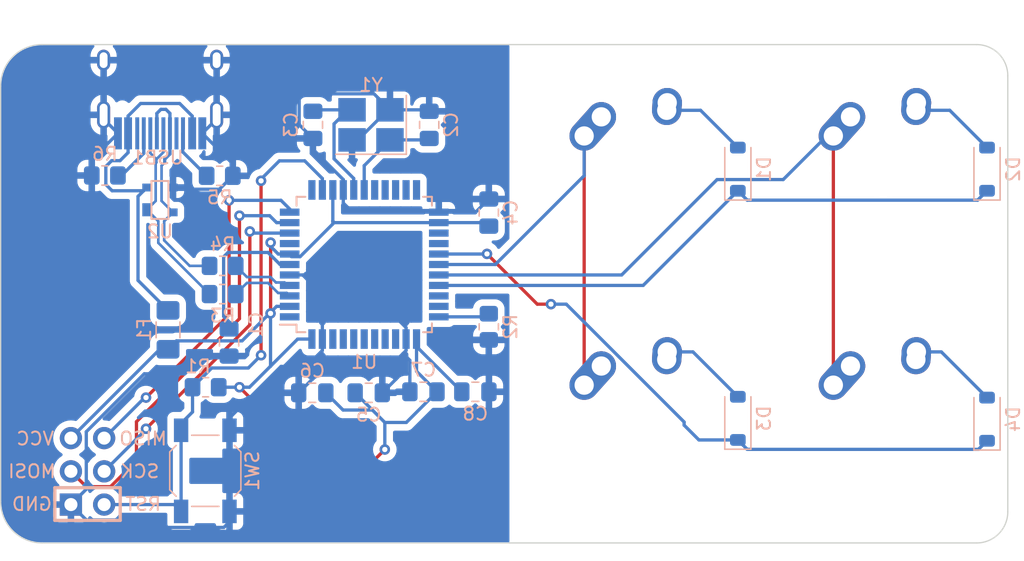
<source format=kicad_pcb>
(kicad_pcb (version 20221018) (generator pcbnew)
  (layers (0 "F.Cu" signal) (31 "B.Cu" signal) (34 "B.Paste" user) (35 "F.Paste" user) (36 "B.SilkS" user "B.Silkscreen") (37 "F.SilkS" user "F.Silkscreen") (38 "B.Mask" user) (39 "F.Mask" user) (44 "Edge.Cuts" user))
  (net 0 "")
  (net 1 "GND")
  (net 2 "Net-(U1-UCAP)")
  (net 3 "XTAL1")
  (net 4 "XTAL2")
  (net 5 "+5V")
  (net 6 "row0")
  (net 7 "Net-(D1-A)")
  (net 8 "Net-(D2-A)")
  (net 9 "row1")
  (net 10 "Net-(D3-A)")
  (net 11 "Net-(D4-A)")
  (net 12 "VCC")
  (net 13 "MISO")
  (net 14 "SCK")
  (net 15 "MOSI")
  (net 16 "RESET")
  (net 17 "Net-(U1-~{HWB}{slash}PE2)")
  (net 18 "DN")
  (net 19 "D-")
  (net 20 "D+")
  (net 21 "DP")
  (net 22 "Net-(USB1-CC2)")
  (net 23 "Net-(USB1-CC1)")
  (net 24 "col0")
  (net 25 "col1")
  (footprint "MX_Alps_Hybrid:MX-1U-NoLED" (layer "F.Cu") (at 144.4625 53.975)
    (fp_text reference "SW2")
    (fp_text value "SW_Push")
    (pad "" np_thru_hole circle (at -5.08 0 48.0996) (size 1.75 1.75) (drill 1.75) (layers "*.Cu" "*.Mask"))
    (pad "" np_thru_hole circle (at 0 0) (size 3.9878 3.9878) (drill 3.9878) (layers "*.Cu" "*.Mask"))
    (pad "" np_thru_hole circle (at 5.08 0 48.0996) (size 1.75 1.75) (drill 1.75) (layers "*.Cu" "*.Mask"))
    (pad "1" thru_hole oval (at -3.81 -2.54 48.0996) (size 4.211556 2.25) (drill 1.47 (offset 0.980778 0)) (layers "*.Cu" "B.Mask") (net 24 "col0"))
    (pad "1" thru_hole circle (at -2.5 -4) (size 2.25 2.25) (drill 1.47) (layers "*.Cu" "B.Mask") (net 24 "col0"))
    (pad "2" thru_hole oval (at 2.5 -4.5 86.0548) (size 2.831378 2.25) (drill 1.47 (offset 0.290689 0)) (layers "*.Cu" "B.Mask") (net 7 "Net-(D1-A)"))
    (pad "2" thru_hole circle (at 2.54 -5.08) (size 2.25 2.25) (drill 1.47) (layers "*.Cu" "B.Mask") (net 7 "Net-(D1-A)"))
  )
  (footprint "MX_Alps_Hybrid:MX-1U-NoLED" (layer "F.Cu") (at 163.5125 53.975)
    (fp_text reference "SW3")
    (fp_text value "SW_Push")
    (pad "" np_thru_hole circle (at -5.08 0 48.0996) (size 1.75 1.75) (drill 1.75) (layers "*.Cu" "*.Mask"))
    (pad "" np_thru_hole circle (at 0 0) (size 3.9878 3.9878) (drill 3.9878) (layers "*.Cu" "*.Mask"))
    (pad "" np_thru_hole circle (at 5.08 0 48.0996) (size 1.75 1.75) (drill 1.75) (layers "*.Cu" "*.Mask"))
    (pad "1" thru_hole oval (at -3.81 -2.54 48.0996) (size 4.211556 2.25) (drill 1.47 (offset 0.980778 0)) (layers "*.Cu" "B.Mask") (net 25 "col1"))
    (pad "1" thru_hole circle (at -2.5 -4) (size 2.25 2.25) (drill 1.47) (layers "*.Cu" "B.Mask") (net 25 "col1"))
    (pad "2" thru_hole oval (at 2.5 -4.5 86.0548) (size 2.831378 2.25) (drill 1.47 (offset 0.290689 0)) (layers "*.Cu" "B.Mask") (net 8 "Net-(D2-A)"))
    (pad "2" thru_hole circle (at 2.54 -5.08) (size 2.25 2.25) (drill 1.47) (layers "*.Cu" "B.Mask") (net 8 "Net-(D2-A)"))
  )
  (footprint "MX_Alps_Hybrid:MX-1U-NoLED" (layer "F.Cu") (at 144.4625 73.025)
    (fp_text reference "SW4")
    (fp_text value "SW_Push")
    (pad "" np_thru_hole circle (at -5.08 0 48.0996) (size 1.75 1.75) (drill 1.75) (layers "*.Cu" "*.Mask"))
    (pad "" np_thru_hole circle (at 0 0) (size 3.9878 3.9878) (drill 3.9878) (layers "*.Cu" "*.Mask"))
    (pad "" np_thru_hole circle (at 5.08 0 48.0996) (size 1.75 1.75) (drill 1.75) (layers "*.Cu" "*.Mask"))
    (pad "1" thru_hole oval (at -3.81 -2.54 48.0996) (size 4.211556 2.25) (drill 1.47 (offset 0.980778 0)) (layers "*.Cu" "B.Mask") (net 24 "col0"))
    (pad "1" thru_hole circle (at -2.5 -4) (size 2.25 2.25) (drill 1.47) (layers "*.Cu" "B.Mask") (net 24 "col0"))
    (pad "2" thru_hole oval (at 2.5 -4.5 86.0548) (size 2.831378 2.25) (drill 1.47 (offset 0.290689 0)) (layers "*.Cu" "B.Mask") (net 10 "Net-(D3-A)"))
    (pad "2" thru_hole circle (at 2.54 -5.08) (size 2.25 2.25) (drill 1.47) (layers "*.Cu" "B.Mask") (net 10 "Net-(D3-A)"))
  )
  (footprint "MX_Alps_Hybrid:MX-1U-NoLED" (layer "F.Cu") (at 163.5125 73.025)
    (fp_text reference "SW5")
    (fp_text value "SW_Push")
    (pad "" np_thru_hole circle (at -5.08 0 48.0996) (size 1.75 1.75) (drill 1.75) (layers "*.Cu" "*.Mask"))
    (pad "" np_thru_hole circle (at 0 0) (size 3.9878 3.9878) (drill 3.9878) (layers "*.Cu" "*.Mask"))
    (pad "" np_thru_hole circle (at 5.08 0 48.0996) (size 1.75 1.75) (drill 1.75) (layers "*.Cu" "*.Mask"))
    (pad "1" thru_hole oval (at -3.81 -2.54 48.0996) (size 4.211556 2.25) (drill 1.47 (offset 0.980778 0)) (layers "*.Cu" "B.Mask") (net 25 "col1"))
    (pad "1" thru_hole circle (at -2.5 -4) (size 2.25 2.25) (drill 1.47) (layers "*.Cu" "B.Mask") (net 25 "col1"))
    (pad "2" thru_hole oval (at 2.5 -4.5 86.0548) (size 2.831378 2.25) (drill 1.47 (offset 0.290689 0)) (layers "*.Cu" "B.Mask") (net 11 "Net-(D4-A)"))
    (pad "2" thru_hole circle (at 2.54 -5.08) (size 2.25 2.25) (drill 1.47) (layers "*.Cu" "B.Mask") (net 11 "Net-(D4-A)"))
  )
  (footprint "Resistor_SMD:R_0805_2012Metric_Pad1.20x1.40mm_HandSolder" (layer "B.Cu") (at 113.014 61.3664 180)
    (fp_text reference "R4" (at 0 1.65) (layer "B.SilkS") (effects (justify mirror)))
    (fp_text value "22")
    (pad "1" smd roundrect (at -1 0 180) (size 1.2 1.4) (layers "B.Cu" "B.Paste" "B.Mask") (roundrect_rratio 0.208333) (net 20 "D+"))
    (pad "2" smd roundrect (at 1 0 180) (size 1.2 1.4) (layers "B.Cu" "B.Paste" "B.Mask") (roundrect_rratio 0.208333) (net 21 "DP"))
  )
  (footprint "Diode_SMD:D_SOD-123" (layer "B.Cu") (at 152.4 73.025 90)
    (fp_text reference "D3" (at 0 2 90) (layer "B.SilkS") (effects (justify mirror)))
    (fp_text value "D")
    (pad "1" smd roundrect (at -1.65 0 90) (size 0.9 1.2) (layers "B.Cu" "B.Paste" "B.Mask") (net 9 "row1"))
    (pad "2" smd roundrect (at 1.65 0 90) (size 0.9 1.2) (layers "B.Cu" "B.Paste" "B.Mask") (net 10 "Net-(D3-A)"))
  )
  (footprint "Capacitor_SMD:C_0805_2012Metric_Pad1.18x1.45mm_HandSolder" (layer "B.Cu") (at 132.334 70.993)
    (fp_text reference "C8" (at 0 1.68) (layer "B.SilkS") (effects (justify mirror)))
    (fp_text value "0.1u")
    (pad "1" smd roundrect (at -1.0375 0) (size 1.175 1.45) (layers "B.Cu" "B.Paste" "B.Mask") (roundrect_rratio 0.212766) (net 5 "+5V"))
    (pad "2" smd roundrect (at 1.0375 0) (size 1.175 1.45) (layers "B.Cu" "B.Paste" "B.Mask") (roundrect_rratio 0.212766) (net 1 "GND"))
  )
  (footprint "Capacitor_SMD:C_0805_2012Metric_Pad1.18x1.45mm_HandSolder" (layer "B.Cu") (at 119.9155 50.5875 -90)
    (fp_text reference "C3" (at 0 1.68 90) (layer "B.SilkS") (effects (justify mirror)))
    (fp_text value "22p")
    (pad "1" smd roundrect (at -1.0375 0 270) (size 1.175 1.45) (layers "B.Cu" "B.Paste" "B.Mask") (roundrect_rratio 0.212766) (net 4 "XTAL2"))
    (pad "2" smd roundrect (at 1.0375 0 270) (size 1.175 1.45) (layers "B.Cu" "B.Paste" "B.Mask") (roundrect_rratio 0.212766) (net 1 "GND"))
  )
  (footprint "random-keyboard-parts:SOT143B" (layer "B.Cu") (at 108.22 56.327)
    (fp_text reference "U2" (at 0 2.4105) (layer "B.SilkS") (effects (justify mirror)))
    (fp_text value "PRTR5V0U2X")
    (pad "1" smd rect (at -1 0.75 90) (size 1 0.7) (layers "B.Cu" "B.Paste" "B.Mask") (net 18 "DN"))
    (pad "2" smd rect (at -1 -0.95 90) (size 0.6 0.7) (layers "B.Cu" "B.Paste" "B.Mask") (net 12 "VCC"))
    (pad "3" smd rect (at 1 -0.95 90) (size 0.6 0.7) (layers "B.Cu" "B.Paste" "B.Mask") (net 1 "GND"))
    (pad "4" smd rect (at 1 0.95 90) (size 0.6 0.7) (layers "B.Cu" "B.Paste" "B.Mask") (net 21 "DP"))
  )
  (footprint "Crystal:Crystal_SMD_3225-4Pin_3.2x2.5mm_HandSoldering" (layer "B.Cu") (at 124.35625 50.5875 180)
    (fp_text reference "Y1" (at 0 3.05) (layer "B.SilkS") (effects (justify mirror)))
    (fp_text value "Crystal_GND24_Small")
    (pad "1" smd rect (at -1.45 -1.15 180) (size 2.1 1.8) (layers "B.Cu" "B.Paste" "B.Mask") (net 3 "XTAL1"))
    (pad "2" smd rect (at 1.45 -1.15 180) (size 2.1 1.8) (layers "B.Cu" "B.Paste" "B.Mask") (net 1 "GND"))
    (pad "3" smd rect (at 1.45 1.15 180) (size 2.1 1.8) (layers "B.Cu" "B.Paste" "B.Mask") (net 4 "XTAL2"))
    (pad "4" smd rect (at -1.45 1.15 180) (size 2.1 1.8) (layers "B.Cu" "B.Paste" "B.Mask") (net 1 "GND"))
  )
  (footprint "Resistor_SMD:R_0805_2012Metric_Pad1.20x1.40mm_HandSolder" (layer "B.Cu") (at 133.3625 66.025 90)
    (fp_text reference "R2" (at 0 1.65 90) (layer "B.SilkS") (effects (justify mirror)))
    (fp_text value "10k")
    (pad "1" smd roundrect (at -1 0 90) (size 1.2 1.4) (layers "B.Cu" "B.Paste" "B.Mask") (roundrect_rratio 0.208333) (net 1 "GND"))
    (pad "2" smd roundrect (at 1 0 90) (size 1.2 1.4) (layers "B.Cu" "B.Paste" "B.Mask") (roundrect_rratio 0.208333) (net 17 "Net-(U1-~{HWB}{slash}PE2)"))
  )
  (footprint "random-keyboard-parts:Reset_Pretty-Mask" (layer "B.Cu") (at 102.6854 77.0751 180)
    (fp_text reference "J1")
    (fp_text value "AVR-ISP-6")
    (fp_text user "VCC" (at 4 2.5) (layer "B.SilkS") (effects (justify mirror)))
    (fp_text user "MOSI" (at 4.25 0) (layer "B.SilkS") (effects (justify mirror)))
    (fp_text user "GND" (at 4.25 -2.5) (layer "B.SilkS") (effects (justify mirror)))
    (fp_text user "RST" (at -4.25 -2.5) (layer "B.SilkS") (effects (justify mirror)))
    (fp_text user "MISO" (at -4.25 2.5) (layer "B.SilkS") (effects (justify mirror)))
    (fp_text user "SCK" (at -4 0) (layer "B.SilkS") (effects (justify mirror)))
    (pad "1" thru_hole circle (at -1.27 2.54 180) (size 1.7 1.7) (drill 1) (layers "*.Cu" "B.Mask") (net 13 "MISO"))
    (pad "2" thru_hole circle (at 1.27 2.54 180) (size 1.7 1.7) (drill 1) (layers "*.Cu" "B.Mask") (net 5 "+5V"))
    (pad "3" thru_hole circle (at -1.27 0 180) (size 1.7 1.7) (drill 1) (layers "*.Cu" "B.Mask") (net 14 "SCK"))
    (pad "4" thru_hole circle (at 1.27 0 180) (size 1.7 1.7) (drill 1) (layers "*.Cu" "B.Mask") (net 15 "MOSI"))
    (pad "5" thru_hole circle (at -1.27 -2.54 180) (size 1.7 1.7) (drill 1) (layers "*.Cu" "B.Mask") (net 16 "RESET"))
    (pad "6" thru_hole rect (at 1.27 -2.54 180) (size 1.7 1.7) (drill 1) (layers "*.Cu" "B.Mask") (net 1 "GND"))
  )
  (footprint "Resistor_SMD:R_0805_2012Metric_Pad1.20x1.40mm_HandSolder" (layer "B.Cu") (at 111.7125 70.64375 180)
    (fp_text reference "R1" (at 0.5875 1.5875) (layer "B.SilkS") (effects (justify mirror)))
    (fp_text value "10k")
    (pad "1" smd roundrect (at -1 0 180) (size 1.2 1.4) (layers "B.Cu" "B.Paste" "B.Mask") (roundrect_rratio 0.208333) (net 5 "+5V"))
    (pad "2" smd roundrect (at 1 0 180) (size 1.2 1.4) (layers "B.Cu" "B.Paste" "B.Mask") (roundrect_rratio 0.208333) (net 16 "RESET"))
  )
  (footprint "Type-C:HRO-TYPE-C-31-M-12-HandSoldering" (layer "B.Cu") (at 108.235 43.04)
    (fp_text reference "USB1" (at -0.1905 10.057) (layer "B.SilkS") (effects (justify mirror)))
    (fp_text value "HRO-TYPE-C-31-M-12")
    (pad "" np_thru_hole circle (at -2.89 6.25) (size 0.65 0.65) (drill 0.65) (layers "*.Cu" "*.Mask"))
    (pad "" np_thru_hole circle (at 2.89 6.25) (size 0.65 0.65) (drill 0.65) (layers "*.Cu" "*.Mask"))
    (pad "1" smd rect (at -3.225 8.195) (size 0.6 2.45) (layers "B.Cu" "B.Paste" "B.Mask") (net 1 "GND"))
    (pad "2" smd rect (at -2.45 8.195) (size 0.6 2.45) (layers "B.Cu" "B.Paste" "B.Mask") (net 12 "VCC"))
    (pad "3" smd rect (at -1.75 8.195) (size 0.3 2.45) (layers "B.Cu" "B.Paste" "B.Mask"))
    (pad "4" smd rect (at -1.25 8.195) (size 0.3 2.45) (layers "B.Cu" "B.Paste" "B.Mask") (net 23 "Net-(USB1-CC1)"))
    (pad "5" smd rect (at -0.75 8.195) (size 0.3 2.45) (layers "B.Cu" "B.Paste" "B.Mask") (net 18 "DN"))
    (pad "6" smd rect (at -0.25 8.195) (size 0.3 2.45) (layers "B.Cu" "B.Paste" "B.Mask") (net 21 "DP"))
    (pad "7" smd rect (at 0.25 8.195) (size 0.3 2.45) (layers "B.Cu" "B.Paste" "B.Mask") (net 18 "DN"))
    (pad "8" smd rect (at 0.75 8.195) (size 0.3 2.45) (layers "B.Cu" "B.Paste" "B.Mask") (net 21 "DP"))
    (pad "9" smd rect (at 1.25 8.195) (size 0.3 2.45) (layers "B.Cu" "B.Paste" "B.Mask"))
    (pad "10" smd rect (at 1.75 8.195) (size 0.3 2.45) (layers "B.Cu" "B.Paste" "B.Mask") (net 22 "Net-(USB1-CC2)"))
    (pad "11" smd rect (at 2.45 8.195) (size 0.6 2.45) (layers "B.Cu" "B.Paste" "B.Mask") (net 12 "VCC"))
    (pad "12" smd rect (at 3.225 8.195) (size 0.6 2.45) (layers "B.Cu" "B.Paste" "B.Mask") (net 1 "GND"))
    (pad "13" thru_hole oval (at -4.32 2.6) (size 1 1.6) (drill oval 0.6 1.2) (layers "*.Cu" "F.Mask") (net 1 "GND"))
    (pad "13" thru_hole oval (at -4.32 6.78) (size 1 2.1) (drill oval 0.6 1.7) (layers "*.Cu" "F.Mask") (net 1 "GND"))
    (pad "13" thru_hole oval (at 4.32 2.6) (size 1 1.6) (drill oval 0.6 1.2) (layers "*.Cu" "F.Mask") (net 1 "GND"))
    (pad "13" thru_hole oval (at 4.32 6.78) (size 1 2.1) (drill oval 0.6 1.7) (layers "*.Cu" "F.Mask") (net 1 "GND"))
  )
  (footprint "Capacitor_SMD:C_0805_2012Metric_Pad1.18x1.45mm_HandSolder" (layer "B.Cu") (at 113.50625 67.225 90)
    (fp_text reference "C1" (at 1.365 2.061 90) (layer "B.SilkS") (effects (justify mirror)))
    (fp_text value "1u")
    (pad "1" smd roundrect (at -1.0375 0 90) (size 1.175 1.45) (layers "B.Cu" "B.Paste" "B.Mask") (roundrect_rratio 0.212766) (net 1 "GND"))
    (pad "2" smd roundrect (at 1.0375 0 90) (size 1.175 1.45) (layers "B.Cu" "B.Paste" "B.Mask") (roundrect_rratio 0.212766) (net 2 "Net-(U1-UCAP)"))
  )
  (footprint "Capacitor_SMD:C_0805_2012Metric_Pad1.18x1.45mm_HandSolder" (layer "B.Cu") (at 133.3625 57.29375 90)
    (fp_text reference "C4" (at 0 1.68 90) (layer "B.SilkS") (effects (justify mirror)))
    (fp_text value "0.1u")
    (pad "1" smd roundrect (at -1.0375 0 90) (size 1.175 1.45) (layers "B.Cu" "B.Paste" "B.Mask") (roundrect_rratio 0.212766) (net 5 "+5V"))
    (pad "2" smd roundrect (at 1.0375 0 90) (size 1.175 1.45) (layers "B.Cu" "B.Paste" "B.Mask") (roundrect_rratio 0.212766) (net 1 "GND"))
  )
  (footprint "Diode_SMD:D_SOD-123" (layer "B.Cu") (at 171.45 73.0875 90)
    (fp_text reference "D4" (at 0 2 90) (layer "B.SilkS") (effects (justify mirror)))
    (fp_text value "D")
    (pad "1" smd roundrect (at -1.65 0 90) (size 0.9 1.2) (layers "B.Cu" "B.Paste" "B.Mask") (net 9 "row1"))
    (pad "2" smd roundrect (at 1.65 0 90) (size 0.9 1.2) (layers "B.Cu" "B.Paste" "B.Mask") (net 11 "Net-(D4-A)"))
  )
  (footprint "Button_Switch_SMD:SW_SPST_SKQG_WithStem" (layer "B.Cu") (at 111.688 77.037 90)
    (fp_text reference "SW1" (at 0 3.6 90) (layer "B.SilkS") (effects (justify mirror)))
    (fp_text value "SW_Push")
    (pad "1" smd rect (at -3.1 1.85 90) (size 1.8 1.1) (layers "B.Cu" "B.Paste" "B.Mask") (net 1 "GND"))
    (pad "1" smd rect (at 3.1 1.85 90) (size 1.8 1.1) (layers "B.Cu" "B.Paste" "B.Mask") (net 1 "GND"))
    (pad "2" smd rect (at -3.1 -1.85 90) (size 1.8 1.1) (layers "B.Cu" "B.Paste" "B.Mask") (net 16 "RESET"))
    (pad "2" smd rect (at 3.1 -1.85 90) (size 1.8 1.1) (layers "B.Cu" "B.Paste" "B.Mask") (net 16 "RESET"))
    (zone (net 0) (net_name "") (layer "B.Cu") (connect_pads (clearance 0)) (min_thickness 0.254)
      (keepout (tracks not_allowed) (vias not_allowed) (pads not_allowed) (copperpour not_allowed) (footprints not_allowed))
      (fill (thermal_gap 0.508) (thermal_bridge_width 0.508))
      (polygon (pts (xy 112.988 76.037) (xy 112.988 73.037) (xy 110.388 73.037) (xy 110.388 76.037)))
    )
    (zone (net 0) (net_name "") (layer "B.Cu") (connect_pads (clearance 0)) (min_thickness 0.254)
      (keepout (tracks not_allowed) (vias not_allowed) (pads not_allowed) (copperpour not_allowed) (footprints not_allowed))
      (fill (thermal_gap 0.508) (thermal_bridge_width 0.508))
      (polygon (pts (xy 112.988 81.037) (xy 112.988 78.037) (xy 110.388 78.037) (xy 110.388 81.037)))
    )
  )
  (footprint "Resistor_SMD:R_0805_2012Metric_Pad1.20x1.40mm_HandSolder" (layer "B.Cu") (at 112.791 54.483)
    (fp_text reference "R5" (at 0 1.65) (layer "B.SilkS") (effects (justify mirror)))
    (fp_text value "5.1k")
    (pad "1" smd roundrect (at -1 0) (size 1.2 1.4) (layers "B.Cu" "B.Paste" "B.Mask") (roundrect_rratio 0.208333) (net 22 "Net-(USB1-CC2)"))
    (pad "2" smd roundrect (at 1 0) (size 1.2 1.4) (layers "B.Cu" "B.Paste" "B.Mask") (roundrect_rratio 0.208333) (net 1 "GND"))
  )
  (footprint "Package_QFP:TQFP-44_10x10mm_P0.8mm" (layer "B.Cu") (at 123.8375 61.2625)
    (fp_text reference "U1" (at 0 7.45) (layer "B.SilkS") (effects (justify mirror)))
    (fp_text value "ATmega32U4-A")
    (pad "1" smd rect (at -5.7 4) (size 1.5 0.55) (layers "B.Cu" "B.Paste" "B.Mask"))
    (pad "2" smd rect (at -5.7 3.2) (size 1.5 0.55) (layers "B.Cu" "B.Paste" "B.Mask") (net 5 "+5V"))
    (pad "3" smd rect (at -5.7 2.4) (size 1.5 0.55) (layers "B.Cu" "B.Paste" "B.Mask") (net 19 "D-"))
    (pad "4" smd rect (at -5.7 1.6) (size 1.5 0.55) (layers "B.Cu" "B.Paste" "B.Mask") (net 20 "D+"))
    (pad "5" smd rect (at -5.7 0.8) (size 1.5 0.55) (layers "B.Cu" "B.Paste" "B.Mask") (net 1 "GND"))
    (pad "6" smd rect (at -5.7 0) (size 1.5 0.55) (layers "B.Cu" "B.Paste" "B.Mask") (net 2 "Net-(U1-UCAP)"))
    (pad "7" smd rect (at -5.7 -0.8) (size 1.5 0.55) (layers "B.Cu" "B.Paste" "B.Mask") (net 5 "+5V"))
    (pad "8" smd rect (at -5.7 -1.6) (size 1.5 0.55) (layers "B.Cu" "B.Paste" "B.Mask"))
    (pad "9" smd rect (at -5.7 -2.4) (size 1.5 0.55) (layers "B.Cu" "B.Paste" "B.Mask") (net 14 "SCK"))
    (pad "10" smd rect (at -5.7 -3.2) (size 1.5 0.55) (layers "B.Cu" "B.Paste" "B.Mask") (net 15 "MOSI"))
    (pad "11" smd rect (at -5.7 -4) (size 1.5 0.55) (layers "B.Cu" "B.Paste" "B.Mask") (net 13 "MISO"))
    (pad "12" smd rect (at -4 -5.7 270) (size 1.5 0.55) (layers "B.Cu" "B.Paste" "B.Mask"))
    (pad "13" smd rect (at -3.2 -5.7 270) (size 1.5 0.55) (layers "B.Cu" "B.Paste" "B.Mask") (net 16 "RESET"))
    (pad "14" smd rect (at -2.4 -5.7 270) (size 1.5 0.55) (layers "B.Cu" "B.Paste" "B.Mask") (net 5 "+5V"))
    (pad "15" smd rect (at -1.6 -5.7 270) (size 1.5 0.55) (layers "B.Cu" "B.Paste" "B.Mask") (net 1 "GND"))
    (pad "16" smd rect (at -0.8 -5.7 270) (size 1.5 0.55) (layers "B.Cu" "B.Paste" "B.Mask") (net 4 "XTAL2"))
    (pad "17" smd rect (at 0 -5.7 270) (size 1.5 0.55) (layers "B.Cu" "B.Paste" "B.Mask") (net 3 "XTAL1"))
    (pad "18" smd rect (at 0.8 -5.7 270) (size 1.5 0.55) (layers "B.Cu" "B.Paste" "B.Mask"))
    (pad "19" smd rect (at 1.6 -5.7 270) (size 1.5 0.55) (layers "B.Cu" "B.Paste" "B.Mask"))
    (pad "20" smd rect (at 2.4 -5.7 270) (size 1.5 0.55) (layers "B.Cu" "B.Paste" "B.Mask"))
    (pad "21" smd rect (at 3.2 -5.7 270) (size 1.5 0.55) (layers "B.Cu" "B.Paste" "B.Mask"))
    (pad "22" smd rect (at 4 -5.7 270) (size 1.5 0.55) (layers "B.Cu" "B.Paste" "B.Mask"))
    (pad "23" smd rect (at 5.7 -4) (size 1.5 0.55) (layers "B.Cu" "B.Paste" "B.Mask") (net 1 "GND"))
    (pad "24" smd rect (at 5.7 -3.2) (size 1.5 0.55) (layers "B.Cu" "B.Paste" "B.Mask") (net 5 "+5V"))
    (pad "25" smd rect (at 5.7 -2.4) (size 1.5 0.55) (layers "B.Cu" "B.Paste" "B.Mask"))
    (pad "26" smd rect (at 5.7 -1.6) (size 1.5 0.55) (layers "B.Cu" "B.Paste" "B.Mask"))
    (pad "27" smd rect (at 5.7 -0.8) (size 1.5 0.55) (layers "B.Cu" "B.Paste" "B.Mask") (net 9 "row1"))
    (pad "28" smd rect (at 5.7 0) (size 1.5 0.55) (layers "B.Cu" "B.Paste" "B.Mask") (net 24 "col0"))
    (pad "29" smd rect (at 5.7 0.8) (size 1.5 0.55) (layers "B.Cu" "B.Paste" "B.Mask") (net 25 "col1"))
    (pad "30" smd rect (at 5.7 1.6) (size 1.5 0.55) (layers "B.Cu" "B.Paste" "B.Mask") (net 6 "row0"))
    (pad "31" smd rect (at 5.7 2.4) (size 1.5 0.55) (layers "B.Cu" "B.Paste" "B.Mask"))
    (pad "32" smd rect (at 5.7 3.2) (size 1.5 0.55) (layers "B.Cu" "B.Paste" "B.Mask"))
    (pad "33" smd rect (at 5.7 4) (size 1.5 0.55) (layers "B.Cu" "B.Paste" "B.Mask") (net 17 "Net-(U1-~{HWB}{slash}PE2)"))
    (pad "34" smd rect (at 4 5.7 270) (size 1.5 0.55) (layers "B.Cu" "B.Paste" "B.Mask") (net 5 "+5V"))
    (pad "35" smd rect (at 3.2 5.7 270) (size 1.5 0.55) (layers "B.Cu" "B.Paste" "B.Mask") (net 1 "GND"))
    (pad "36" smd rect (at 2.4 5.7 270) (size 1.5 0.55) (layers "B.Cu" "B.Paste" "B.Mask"))
    (pad "37" smd rect (at 1.6 5.7 270) (size 1.5 0.55) (layers "B.Cu" "B.Paste" "B.Mask"))
    (pad "38" smd rect (at 0.8 5.7 270) (size 1.5 0.55) (layers "B.Cu" "B.Paste" "B.Mask"))
    (pad "39" smd rect (at 0 5.7 270) (size 1.5 0.55) (layers "B.Cu" "B.Paste" "B.Mask"))
    (pad "40" smd rect (at -0.8 5.7 270) (size 1.5 0.55) (layers "B.Cu" "B.Paste" "B.Mask"))
    (pad "41" smd rect (at -1.6 5.7 270) (size 1.5 0.55) (layers "B.Cu" "B.Paste" "B.Mask"))
    (pad "42" smd rect (at -2.4 5.7 270) (size 1.5 0.55) (layers "B.Cu" "B.Paste" "B.Mask"))
    (pad "43" smd rect (at -3.2 5.7 270) (size 1.5 0.55) (layers "B.Cu" "B.Paste" "B.Mask") (net 1 "GND"))
    (pad "44" smd rect (at -4 5.7 270) (size 1.5 0.55) (layers "B.Cu" "B.Paste" "B.Mask") (net 5 "+5V"))
  )
  (footprint "Diode_SMD:D_SOD-123" (layer "B.Cu") (at 171.45 53.975 90)
    (fp_text reference "D2" (at 0 2 90) (layer "B.SilkS") (effects (justify mirror)))
    (fp_text value "D")
    (pad "1" smd roundrect (at -1.65 0 90) (size 0.9 1.2) (layers "B.Cu" "B.Paste" "B.Mask") (net 6 "row0"))
    (pad "2" smd roundrect (at 1.65 0 90) (size 0.9 1.2) (layers "B.Cu" "B.Paste" "B.Mask") (net 8 "Net-(D2-A)"))
  )
  (footprint "Capacitor_SMD:C_0805_2012Metric_Pad1.18x1.45mm_HandSolder" (layer "B.Cu") (at 128.8055 50.5875 90)
    (fp_text reference "C2" (at 0 1.68 90) (layer "B.SilkS") (effects (justify mirror)))
    (fp_text value "22p")
    (pad "1" smd roundrect (at -1.0375 0 90) (size 1.175 1.45) (layers "B.Cu" "B.Paste" "B.Mask") (roundrect_rratio 0.212766) (net 3 "XTAL1"))
    (pad "2" smd roundrect (at 1.0375 0 90) (size 1.175 1.45) (layers "B.Cu" "B.Paste" "B.Mask") (roundrect_rratio 0.212766) (net 1 "GND"))
  )
  (footprint "Capacitor_SMD:C_0805_2012Metric_Pad1.18x1.45mm_HandSolder" (layer "B.Cu") (at 124.18325 71.0715)
    (fp_text reference "C5" (at 0 1.68) (layer "B.SilkS") (effects (justify mirror)))
    (fp_text value "0.1u")
    (pad "1" smd roundrect (at -1.0375 0) (size 1.175 1.45) (layers "B.Cu" "B.Paste" "B.Mask") (roundrect_rratio 0.212766) (net 5 "+5V"))
    (pad "2" smd roundrect (at 1.0375 0) (size 1.175 1.45) (layers "B.Cu" "B.Paste" "B.Mask") (roundrect_rratio 0.212766) (net 1 "GND"))
  )
  (footprint "Resistor_SMD:R_0805_2012Metric_Pad1.20x1.40mm_HandSolder" (layer "B.Cu") (at 113.014 63.5254)
    (fp_text reference "R3" (at 0 1.65) (layer "B.SilkS") (effects (justify mirror)))
    (fp_text value "22")
    (pad "1" smd roundrect (at -1 0) (size 1.2 1.4) (layers "B.Cu" "B.Paste" "B.Mask") (roundrect_rratio 0.208333) (net 18 "DN"))
    (pad "2" smd roundrect (at 1 0) (size 1.2 1.4) (layers "B.Cu" "B.Paste" "B.Mask") (roundrect_rratio 0.208333) (net 19 "D-"))
  )
  (footprint "Capacitor_SMD:C_0805_2012Metric_Pad1.18x1.45mm_HandSolder" (layer "B.Cu") (at 128.36525 70.993 180)
    (fp_text reference "C7" (at 0 1.68) (layer "B.SilkS") (effects (justify mirror)))
    (fp_text value "0.1u")
    (pad "1" smd roundrect (at -1.0375 0 180) (size 1.175 1.45) (layers "B.Cu" "B.Paste" "B.Mask") (roundrect_rratio 0.212766) (net 5 "+5V"))
    (pad "2" smd roundrect (at 1.0375 0 180) (size 1.175 1.45) (layers "B.Cu" "B.Paste" "B.Mask") (roundrect_rratio 0.212766) (net 1 "GND"))
  )
  (footprint "Resistor_SMD:R_0805_2012Metric_Pad1.20x1.40mm_HandSolder" (layer "B.Cu") (at 104.0092 54.4576 180)
    (fp_text reference "R6" (at 0 1.65) (layer "B.SilkS") (effects (justify mirror)))
    (fp_text value "5.1k")
    (pad "1" smd roundrect (at -1 0 180) (size 1.2 1.4) (layers "B.Cu" "B.Paste" "B.Mask") (roundrect_rratio 0.208333) (net 23 "Net-(USB1-CC1)"))
    (pad "2" smd roundrect (at 1 0 180) (size 1.2 1.4) (layers "B.Cu" "B.Paste" "B.Mask") (roundrect_rratio 0.208333) (net 1 "GND"))
  )
  (footprint "Capacitor_SMD:C_0805_2012Metric_Pad1.18x1.45mm_HandSolder" (layer "B.Cu") (at 119.86525 71.0715 180)
    (fp_text reference "C6" (at 0 1.68) (layer "B.SilkS") (effects (justify mirror)))
    (fp_text value "0.1u")
    (pad "1" smd roundrect (at -1.0375 0 180) (size 1.175 1.45) (layers "B.Cu" "B.Paste" "B.Mask") (roundrect_rratio 0.212766) (net 5 "+5V"))
    (pad "2" smd roundrect (at 1.0375 0 180) (size 1.175 1.45) (layers "B.Cu" "B.Paste" "B.Mask") (roundrect_rratio 0.212766) (net 1 "GND"))
  )
  (footprint "Fuse:Fuse_1206_3216Metric_Pad1.42x1.75mm_HandSolder" (layer "B.Cu") (at 108.839 66.2575 -90)
    (fp_text reference "F1" (at 0 1.82 90) (layer "B.SilkS") (effects (justify mirror)))
    (fp_text value "500mA")
    (pad "1" smd roundrect (at -1.4875 0 270) (size 1.425 1.75) (layers "B.Cu" "B.Paste" "B.Mask") (roundrect_rratio 0.175439) (net 12 "VCC"))
    (pad "2" smd roundrect (at 1.4875 0 270) (size 1.425 1.75) (layers "B.Cu" "B.Paste" "B.Mask") (roundrect_rratio 0.175439) (net 5 "+5V"))
  )
  (footprint "Diode_SMD:D_SOD-123" (layer "B.Cu") (at 152.4 53.975 90)
    (fp_text reference "D1" (at 0 2 90) (layer "B.SilkS") (effects (justify mirror)))
    (fp_text value "D")
    (pad "1" smd roundrect (at -1.65 0 90) (size 0.9 1.2) (layers "B.Cu" "B.Paste" "B.Mask") (net 6 "row0"))
    (pad "2" smd roundrect (at 1.65 0 90) (size 0.9 1.2) (layers "B.Cu" "B.Paste" "B.Mask") (net 7 "Net-(D1-A)"))
  )
  (gr_line (start 134.9375 44.45) (end 99.21875 44.449999) (stroke (width 0.1)) (layer "Edge.Cuts"))
  (gr_line (start 134.9375 82.55) (end 99.21875 82.549999) (stroke (width 0.1)) (layer "Edge.Cuts"))
  (gr_line (start 170.65625 82.55) (end 134.9375 82.55) (stroke (width 0.1)) (layer "Edge.Cuts"))
  (gr_line (start 173.037499 46.83125) (end 173.0375 80.16875) (stroke (width 0.1)) (layer "Edge.Cuts"))
  (gr_arc (start 173.0375 80.16875) (mid 172.340048 81.852548) (end 170.65625 82.55) (stroke (width 0.1)) (layer "Edge.Cuts"))
  (gr_arc (start 99.21875 82.55) (mid 96.973686 81.620064) (end 96.04375 79.375) (stroke (width 0.1)) (layer "Edge.Cuts"))
  (gr_line (start 96.043749 47.625) (end 96.04375 79.375) (stroke (width 0.1)) (layer "Edge.Cuts"))
  (gr_arc (start 96.043749 47.625) (mid 96.973685 45.379935) (end 99.21875 44.449999) (stroke (width 0.1)) (layer "Edge.Cuts"))
  (gr_line (start 170.65625 44.450001) (end 134.9375 44.45) (stroke (width 0.1)) (layer "Edge.Cuts"))
  (gr_arc (start 170.65625 44.450001) (mid 172.340047 45.147453) (end 173.037499 46.83125) (stroke (width 0.1)) (layer "Edge.Cuts"))
  (segment (start 113.50625 68.2625) (end 111.480577 68.2625) (width 0.25) (layer "B.Cu") (net 1))
  (segment (start 127.0375 66.0875) (end 127.0375 66.9625) (width 0.25) (layer "B.Cu") (net 1))
  (segment (start 113.538 80.93075) (end 113.538 80.137) (width 0.25) (layer "B.Cu") (net 1))
  (segment (start 105.01 51.235) (end 103.0092 53.2358) (width 0.25) (layer "B.Cu") (net 1))
  (segment (start 123.35625 51.7375) (end 122.90625 51.7375) (width 0.25) (layer "B.Cu") (net 1))
  (segment (start 122.2375 64.29375) (end 125.24375 64.29375) (width 0.25) (layer "B.Cu") (net 1))
  (segment (start 120.6375 64.29375) (end 122.2375 64.29375) (width 0.25) (layer "B.Cu") (net 1))
  (segment (start 126.409375 69.882875) (end 126.409375 68.465625) (width 0.25) (layer "B.Cu") (net 1))
  (segment (start 104.9474 80.7901) (end 105.5193 81.362) (width 0.25) (layer "B.Cu") (net 1))
  (segment (start 126.80625 68.06875) (end 127.0375 67.8375) (width 0.25) (layer "B.Cu") (net 1))
  (segment (start 125.81875 69.05625) (end 126.409375 68.465625) (width 0.25) (layer "B.Cu") (net 1))
  (segment (start 125.80625 49.4375) (end 125.65625 49.4375) (width 0.25) (layer "B.Cu") (net 1))
  (segment (start 126.409375 68.465625) (end 126.80625 68.06875) (width 0.25) (layer "B.Cu") (net 1))
  (segment (start 119.41875 69.05625) (end 120.6375 67.8375) (width 0.25) (layer "B.Cu") (net 1))
  (segment (start 127.32775 70.993) (end 127.32775 68.59025) (width 0.25) (layer "B.Cu") (net 1))
  (segment (start 119.9155 51.625) (end 119.9155 52.44675) (width 0.25) (layer "B.Cu") (net 1))
  (segment (start 110.124327 69.61875) (end 107.020049 69.61875) (width 0.25) (layer "B.Cu") (net 1))
  (segment (start 113.791 53.566) (end 113.791 54.483) (width 0.25) (layer "B.Cu") (net 1))
  (segment (start 103.915 49.82) (end 103.915 50.14) (width 0.25) (layer "B.Cu") (net 1))
  (segment (start 119.26875 48.2125) (end 118.8655 48.61575) (width 0.25) (layer "B.Cu") (net 1))
  (segment (start 122.2375 56.5625) (end 122.2375 55.5625) (width 0.25) (layer "B.Cu") (net 1))
  (segment (start 113.10675 81.362) (end 113.538 80.93075) (width 0.25) (layer "B.Cu") (net 1))
  (segment (start 102.5904 78.4401) (end 101.4154 79.6151) (width 0.25) (layer "B.Cu") (net 1))
  (segment (start 109.351 55.508) (end 112.766 55.508) (width 0.25) (layer "B.Cu") (net 1))
  (segment (start 103.0092 53.2358) (end 103.0092 54.4576) (width 0.25) (layer "B.Cu") (net 1))
  (segment (start 118.8655 50.575) (end 119.9155 51.625) (width 0.25) (layer "B.Cu") (net 1))
  (segment (start 125.4125 57.2625) (end 122.9375 57.2625) (width 0.25) (layer "B.Cu") (net 1))
  (segment (start 125.65625 49.4375) (end 123.35625 51.7375) (width 0.25) (layer "B.Cu") (net 1))
  (segment (start 125.24375 64.29375) (end 127.0375 66.0875) (width 0.25) (layer "B.Cu") (net 1))
  (segment (start 118.82775 71.0715) (end 120.843 69.05625) (width 0.25) (layer "B.Cu") (net 1))
  (segment (start 103.915 50.14) (end 105.01 51.235) (width 0.25) (layer "B.Cu") (net 1))
  (segment (start 133.3625 56.25625) (end 132.35625 57.2625) (width 0.25) (layer "B.Cu") (net 1))
  (segment (start 118.1375 62.0625) (end 119.1375 62.0625) (width 0.25) (layer "B.Cu") (net 1))
  (segment (start 122.9375 57.2625) (end 122.2375 56.5625) (width 0.25) (layer "B.Cu") (net 1))
  (segment (start 113.538 73.937) (end 113.538 72.99325) (width 0.25) (layer "B.Cu") (net 1))
  (segment (start 127.0375 67.8375) (end 127.0375 66.9625) (width 0.25) (layer "B.Cu") (net 1))
  (segment (start 133.3625 70.984) (end 133.3715 70.993) (width 0.25) (layer "B.Cu") (net 1))
  (segment (start 125.22075 71.0715) (end 126.409375 69.882875) (width 0.25) (layer "B.Cu") (net 1))
  (segment (start 111.480577 68.2625) (end 110.124327 69.61875) (width 0.25) (layer "B.Cu") (net 1))
  (segment (start 119.9155 52.44675) (end 122.2375 54.76875) (width 0.25) (layer "B.Cu") (net 1))
  (segment (start 109.22 55.377) (end 109.351 55.508) (width 0.25) (layer "B.Cu") (net 1))
  (segment (start 120.6375 64.29375) (end 120.6375 66.9625) (width 0.25) (layer "B.Cu") (net 1))
  (segment (start 112.555 49.82) (end 112.555 50.14) (width 0.25) (layer "B.Cu") (net 1))
  (segment (start 120.6375 63.5625) (end 120.6375 64.29375) (width 0.25) (layer "B.Cu") (net 1))
  (segment (start 111.46 51.235) (end 113.791 53.566) (width 0.25) (layer "B.Cu") (net 1))
  (segment (start 122.2375 54.76875) (end 122.2375 55.5625) (width 0.25) (layer "B.Cu") (net 1))
  (segment (start 113.538 72.99325) (end 117.475 69.05625) (width 0.25) (layer "B.Cu") (net 1))
  (segment (start 124.58125 48.2125) (end 119.26875 48.2125) (width 0.25) (layer "B.Cu") (net 1))
  (segment (start 133.3625 67.025) (end 133.3625 70.984) (width 0.25) (layer "B.Cu") (net 1))
  (segment (start 125.80625 49.4375) (end 124.58125 48.2125) (width 0.25) (layer "B.Cu") (net 1))
  (segment (start 128.8055 49.55) (end 128.693 49.4375) (width 0.25) (layer "B.Cu") (net 1))
  (segment (start 107.020049 69.61875) (end 102.5904 74.048399) (width 0.25) (layer "B.Cu") (net 1))
  (segment (start 120.843 69.05625) (end 125.81875 69.05625) (width 0.25) (layer "B.Cu") (net 1))
  (segment (start 118.8655 48.61575) (end 118.8655 50.575) (width 0.25) (layer "B.Cu") (net 1))
  (segment (start 129.5375 57.2625) (end 125.4125 57.2625) (width 0.25) (layer "B.Cu") (net 1))
  (segment (start 117.475 69.05625) (end 119.41875 69.05625) (width 0.25) (layer "B.Cu") (net 1))
  (segment (start 132.35625 57.2625) (end 129.5375 57.2625) (width 0.25) (layer "B.Cu") (net 1))
  (segment (start 102.5904 80.7901) (end 104.9474 80.7901) (width 0.25) (layer "B.Cu") (net 1))
  (segment (start 120.6375 67.8375) (end 120.6375 66.9625) (width 0.25) (layer "B.Cu") (net 1))
  (segment (start 127.32775 68.59025) (end 126.80625 68.06875) (width 0.25) (layer "B.Cu") (net 1))
  (segment (start 102.5904 74.048399) (end 102.5904 78.4401) (width 0.25) (layer "B.Cu") (net 1))
  (segment (start 128.693 49.4375) (end 125.80625 49.4375) (width 0.25) (layer "B.Cu") (net 1))
  (segment (start 113.538 80.137) (end 113.538 73.937) (width 0.25) (layer "B.Cu") (net 1))
  (segment (start 101.4154 79.6151) (end 102.5904 80.7901) (width 0.25) (layer "B.Cu") (net 1))
  (segment (start 112.555 50.14) (end 111.46 51.235) (width 0.25) (layer "B.Cu") (net 1))
  (segment (start 119.1375 62.0625) (end 120.6375 63.5625) (width 0.25) (layer "B.Cu") (net 1))
  (segment (start 105.5193 81.362) (end 113.10675 81.362) (width 0.25) (layer "B.Cu") (net 1))
  (segment (start 112.766 55.508) (end 113.791 54.483) (width 0.25) (layer "B.Cu") (net 1))
  (segment (start 113.50625 65.646323) (end 113.089 65.229073) (width 0.25) (layer "B.Cu") (net 2))
  (segment (start 113.089 65.229073) (end 113.089 60.678227) (width 0.25) (layer "B.Cu") (net 2))
  (segment (start 116.4809 60.3414) (end 117.402 61.2625) (width 0.25) (layer "B.Cu") (net 2))
  (segment (start 117.402 61.2625) (end 118.1375 61.2625) (width 0.25) (layer "B.Cu") (net 2))
  (segment (start 113.089 60.678227) (end 113.425827 60.3414) (width 0.25) (layer "B.Cu") (net 2))
  (segment (start 113.425827 60.3414) (end 116.4809 60.3414) (width 0.25) (layer "B.Cu") (net 2))
  (segment (start 113.50625 66.1875) (end 113.50625 65.646323) (width 0.25) (layer "B.Cu") (net 2))
  (segment (start 123.8375 53.70625) (end 123.8375 55.5625) (width 0.25) (layer "B.Cu") (net 3))
  (segment (start 125.80625 51.7375) (end 128.693 51.7375) (width 0.25) (layer "B.Cu") (net 3))
  (segment (start 125.80625 51.7375) (end 123.8375 53.70625) (width 0.25) (layer "B.Cu") (net 3))
  (segment (start 128.693 51.7375) (end 128.8055 51.625) (width 0.25) (layer "B.Cu") (net 3))
  (segment (start 121.53125 50.5125) (end 121.53125 53.18125) (width 0.25) (layer "B.Cu") (net 4))
  (segment (start 122.90625 49.4375) (end 122.60625 49.4375) (width 0.25) (layer "B.Cu") (net 4))
  (segment (start 120.19375 49.55) (end 120.30625 49.4375) (width 0.25) (layer "B.Cu") (net 4))
  (segment (start 122.60625 49.4375) (end 121.53125 50.5125) (width 0.25) (layer "B.Cu") (net 4))
  (segment (start 120.30625 49.4375) (end 122.90625 49.4375) (width 0.25) (layer "B.Cu") (net 4))
  (segment (start 123.03125 54.68125) (end 123.03125 55.5625) (width 0.25) (layer "B.Cu") (net 4))
  (segment (start 121.53125 53.18125) (end 123.03125 54.68125) (width 0.25) (layer "B.Cu") (net 4))
  (segment (start 119.9155 49.55) (end 120.19375 49.55) (width 0.25) (layer "B.Cu") (net 4))
  (segment (start 119.85625 76.2) (end 124.61875 76.2) (width 0.25) (layer "F.Cu") (net 5))
  (segment (start 124.61875 76.2) (end 125.4125 75.40625) (width 0.25) (layer "F.Cu") (net 5))
  (segment (start 116.68125 59.587) (end 116.68125 64.997375) (width 0.25) (layer "F.Cu") (net 5))
  (segment (start 116.68125 64.997375) (end 116.6755 65.003125) (width 0.25) (layer "F.Cu") (net 5))
  (segment (start 114.3 70.64375) (end 119.85625 76.2) (width 0.25) (layer "F.Cu") (net 5))
  (via (at 114.3 70.64375) (size 0.8) (drill 0.4) (layers "F.Cu" "B.Cu") (net 5))
  (via (at 125.4125 75.40625) (size 0.8) (drill 0.4) (layers "F.Cu" "B.Cu") (net 5))
  (via (at 116.6755 65.003125) (size 0.8) (drill 0.4) (layers "F.Cu" "B.Cu") (net 5))
  (via (at 116.68125 59.587) (size 0.8) (drill 0.4) (layers "F.Cu" "B.Cu") (net 5))
  (segment (start 101.4154 74.5351) (end 108.2055 67.745) (width 0.25) (layer "B.Cu") (net 5))
  (segment (start 121.4375 58.1625) (end 118.9375 60.6625) (width 0.25) (layer "B.Cu") (net 5))
  (segment (start 116.68125 59.88125) (end 116.68125 59.587) (width 0.25) (layer "B.Cu") (net 5))
  (segment (start 109.484 67.1) (end 114.5 67.1) (width 0.25) (layer "B.Cu") (net 5))
  (segment (start 121.4375 55.5625) (end 121.4375 57.94375) (width 0.25) (layer "B.Cu") (net 5))
  (segment (start 114.5 67.1) (end 117.1375 64.4625) (width 0.25) (layer "B.Cu") (net 5))
  (segment (start 125.4125 73.33825) (end 127.0575 73.33825) (width 0.25) (layer "B.Cu") (net 5))
  (segment (start 116.6755 69.035896) (end 116.668198 69.043198) (width 0.25) (layer "B.Cu") (net 5))
  (segment (start 124.462125 72.387875) (end 122.219125 72.387875) (width 0.25) (layer "B.Cu") (net 5))
  (segment (start 125.4125 73.33825) (end 124.462125 72.387875) (width 0.25) (layer "B.Cu") (net 5))
  (segment (start 117.2625 60.4625) (end 116.68125 59.88125) (width 0.25) (layer "B.Cu") (net 5))
  (segment (start 117.1375 64.4625) (end 118.1375 64.4625) (width 0.25) (layer "B.Cu") (net 5))
  (segment (start 108.2055 67.745) (end 108.839 67.745) (width 0.25) (layer "B.Cu") (net 5))
  (segment (start 127.8375 69.42775) (end 127.8375 66.9625) (width 0.25) (layer "B.Cu") (net 5))
  (segment (start 127.0575 73.33825) (end 129.40275 70.993) (width 0.25) (layer "B.Cu") (net 5))
  (segment (start 118.9375 60.6625) (end 118.26875 60.6625) (width 0.25) (layer "B.Cu") (net 5))
  (segment (start 112.7125 70.64375) (end 114.3 70.64375) (width 0.25) (layer "B.Cu") (net 5))
  (segment (start 133.3625 58.33125) (end 133.09375 58.0625) (width 0.25) (layer "B.Cu") (net 5))
  (segment (start 124.462125 72.387875) (end 123.14575 71.0715) (width 0.25) (layer "B.Cu") (net 5))
  (segment (start 127.8375 67.534) (end 127.8375 66.9625) (width 0.25) (layer "B.Cu") (net 5))
  (segment (start 122.219125 72.387875) (end 120.90275 71.0715) (width 0.25) (layer "B.Cu") (net 5))
  (segment (start 131.2965 70.993) (end 127.8375 67.534) (width 0.25) (layer "B.Cu") (net 5))
  (segment (start 121.4375 57.94375) (end 121.4375 58.1625) (width 0.25) (layer "B.Cu") (net 5))
  (segment (start 121.55625 58.0625) (end 121.4375 57.94375) (width 0.25) (layer "B.Cu") (net 5))
  (segment (start 118.748896 66.9625) (end 116.668198 69.043198) (width 0.25) (layer "B.Cu") (net 5))
  (segment (start 116.6755 65.003125) (end 116.6755 69.035896) (width 0.25) (layer "B.Cu") (net 5))
  (segment (start 125.4125 75.40625) (end 125.4125 73.33825) (width 0.25) (layer "B.Cu") (net 5))
  (segment (start 133.09375 58.0625) (end 129.5375 58.0625) (width 0.25) (layer "B.Cu") (net 5))
  (segment (start 115.067646 70.64375) (end 114.3 70.64375) (width 0.25) (layer "B.Cu") (net 5))
  (segment (start 108.839 67.745) (end 109.484 67.1) (width 0.25) (layer "B.Cu") (net 5))
  (segment (start 118.1375 60.4625) (end 117.2625 60.4625) (width 0.25) (layer "B.Cu") (net 5))
  (segment (start 119.8375 66.9625) (end 118.748896 66.9625) (width 0.25) (layer "B.Cu") (net 5))
  (segment (start 129.5375 58.0625) (end 121.55625 58.0625) (width 0.25) (layer "B.Cu") (net 5))
  (segment (start 129.40275 70.993) (end 127.8375 69.42775) (width 0.25) (layer "B.Cu") (net 5))
  (segment (start 116.668198 69.043198) (end 115.067646 70.64375) (width 0.25) (layer "B.Cu") (net 5))
  (segment (start 152.4 55.625) (end 145.1625 62.8625) (width 0.25) (layer "B.Cu") (net 6))
  (segment (start 153.1189 56.3439) (end 152.4 55.625) (width 0.25) (layer "B.Cu") (net 6))
  (segment (start 145.1625 62.8625) (end 129.5375 62.8625) (width 0.25) (layer "B.Cu") (net 6))
  (segment (start 171.45 55.625) (end 170.7311 56.3439) (width 0.25) (layer "B.Cu") (net 6))
  (segment (start 170.7311 56.3439) (end 153.1189 56.3439) (width 0.25) (layer "B.Cu") (net 6))
  (segment (start 152.4 52.325) (end 149.55 49.475) (width 0.25) (layer "B.Cu") (net 7))
  (segment (start 149.55 49.475) (end 146.9625 49.475) (width 0.25) (layer "B.Cu") (net 7))
  (segment (start 166.0525 49.435) (end 166.0125 49.475) (width 0.25) (layer "F.Cu") (net 8))
  (segment (start 166.0525 48.895) (end 166.0525 49.435) (width 0.25) (layer "F.Cu") (net 8))
  (segment (start 168.6 49.475) (end 166.0125 49.475) (width 0.25) (layer "B.Cu") (net 8))
  (segment (start 171.45 52.325) (end 168.6 49.475) (width 0.25) (layer "B.Cu") (net 8))
  (segment (start 137.06475 64.29375) (end 133.223 60.452) (width 0.25) (layer "F.Cu") (net 9))
  (segment (start 138.1125 64.29375) (end 137.06475 64.29375) (width 0.25) (layer "F.Cu") (net 9))
  (via (at 138.1125 64.29375) (size 0.8) (drill 0.4) (layers "F.Cu" "B.Cu") (net 9))
  (via (at 133.223 60.452) (size 0.8) (drill 0.4) (layers "F.Cu" "B.Cu") (net 9))
  (segment (start 149.424733 74.675) (end 148.2925 73.542767) (width 0.25) (layer "B.Cu") (net 9))
  (segment (start 148.2925 73.542767) (end 148.2925 73.30439) (width 0.25) (layer "B.Cu") (net 9))
  (segment (start 170.7936 75.3939) (end 171.45 74.7375) (width 0.25) (layer "B.Cu") (net 9))
  (segment (start 133.2125 60.4625) (end 129.5375 60.4625) (width 0.25) (layer "B.Cu") (net 9))
  (segment (start 139.28186 64.29375) (end 138.1125 64.29375) (width 0.25) (layer "B.Cu") (net 9))
  (segment (start 152.4 74.675) (end 149.424733 74.675) (width 0.25) (layer "B.Cu") (net 9))
  (segment (start 153.1189 75.3939) (end 170.7936 75.3939) (width 0.25) (layer "B.Cu") (net 9))
  (segment (start 152.4 74.675) (end 153.1189 75.3939) (width 0.25) (layer "B.Cu") (net 9))
  (segment (start 148.2925 73.30439) (end 139.28186 64.29375) (width 0.25) (layer "B.Cu") (net 9))
  (segment (start 133.223 60.452) (end 133.2125 60.4625) (width 0.25) (layer "B.Cu") (net 9))
  (segment (start 148.97 67.945) (end 147.0025 67.945) (width 0.25) (layer "B.Cu") (net 10))
  (segment (start 152.4 71.375) (end 148.97 67.945) (width 0.25) (layer "B.Cu") (net 10))
  (segment (start 171.45 71.4375) (end 167.9575 67.945) (width 0.25) (layer "B.Cu") (net 11))
  (segment (start 167.9575 67.945) (end 166.0525 67.945) (width 0.25) (layer "B.Cu") (net 11))
  (segment (start 105.785 49.91) (end 106.742 48.953) (width 0.25) (layer "B.Cu") (net 12))
  (segment (start 109.728 48.953) (end 110.685 49.91) (width 0.25) (layer "B.Cu") (net 12))
  (segment (start 104.0842 53.769427) (end 104.0842 55.145773) (width 0.25) (layer "B.Cu") (net 12))
  (segment (start 104.530023 53.323604) (end 104.0842 53.769427) (width 0.25) (layer "B.Cu") (net 12))
  (segment (start 106.971 55.626) (end 107.22 55.377) (width 0.25) (layer "B.Cu") (net 12))
  (segment (start 105.785 51.235) (end 105.785 49.91) (width 0.25) (layer "B.Cu") (net 12))
  (segment (start 107.22 55.377) (end 106.545 56.052) (width 0.25) (layer "B.Cu") (net 12))
  (segment (start 104.0842 55.145773) (end 104.564427 55.626) (width 0.25) (layer "B.Cu") (net 12))
  (segment (start 105.171396 53.323604) (end 104.530023 53.323604) (width 0.25) (layer "B.Cu") (net 12))
  (segment (start 110.685 49.91) (end 110.685 51.235) (width 0.25) (layer "B.Cu") (net 12))
  (segment (start 106.742 48.953) (end 109.728 48.953) (width 0.25) (layer "B.Cu") (net 12))
  (segment (start 106.545 62.476) (end 108.839 64.77) (width 0.25) (layer "B.Cu") (net 12))
  (segment (start 105.785 52.71) (end 105.171396 53.323604) (width 0.25) (layer "B.Cu") (net 12))
  (segment (start 104.564427 55.626) (end 106.971 55.626) (width 0.25) (layer "B.Cu") (net 12))
  (segment (start 105.785 51.235) (end 105.785 52.71) (width 0.25) (layer "B.Cu") (net 12))
  (segment (start 106.545 56.052) (end 106.545 62.476) (width 0.25) (layer "B.Cu") (net 12))
  (segment (start 107.15625 71.4375) (end 113.50625 65.0875) (width 0.25) (layer "F.Cu") (net 13))
  (segment (start 113.50625 65.0875) (end 113.50625 56.35625) (width 0.25) (layer "F.Cu") (net 13))
  (via (at 113.50625 56.35625) (size 0.8) (drill 0.4) (layers "F.Cu" "B.Cu") (net 13))
  (via (at 107.15625 71.4375) (size 0.8) (drill 0.4) (layers "F.Cu" "B.Cu") (net 13))
  (segment (start 103.9554 74.5351) (end 107.053 71.4375) (width 0.25) (layer "B.Cu") (net 13))
  (segment (start 113.50625 56.35625) (end 117.475 56.35625) (width 0.25) (layer "B.Cu") (net 13))
  (segment (start 117.475 56.35625) (end 118.26875 57.15) (width 0.25) (layer "B.Cu") (net 13))
  (segment (start 107.053 71.4375) (end 107.15625 71.4375) (width 0.25) (layer "B.Cu") (net 13))
  (segment (start 107.15625 73.81875) (end 115.09375 65.88125) (width 0.25) (layer "F.Cu") (net 14))
  (segment (start 115.09375 65.88125) (end 115.09375 58.7375) (width 0.25) (layer "F.Cu") (net 14))
  (via (at 115.09375 58.7375) (size 0.8) (drill 0.4) (layers "F.Cu" "B.Cu") (net 14))
  (via (at 107.15625 73.81875) (size 0.8) (drill 0.4) (layers "F.Cu" "B.Cu") (net 14))
  (segment (start 103.9554 77.0751) (end 107.15625 73.87425) (width 0.25) (layer "B.Cu") (net 14))
  (segment (start 115.09375 58.7375) (end 115.21875 58.8625) (width 0.25) (layer "B.Cu") (net 14))
  (segment (start 115.21875 58.8625) (end 118.1375 58.8625) (width 0.25) (layer "B.Cu") (net 14))
  (segment (start 107.15625 73.87425) (end 107.15625 73.81875) (width 0.25) (layer "B.Cu") (net 14))
  (segment (start 101.4154 77.0751) (end 102.5904 78.2501) (width 0.25) (layer "F.Cu") (net 15))
  (segment (start 104.442101 78.2501) (end 106.426 76.266201) (width 0.25) (layer "F.Cu") (net 15))
  (segment (start 106.426 76.266201) (end 106.426 73.279) (width 0.25) (layer "F.Cu") (net 15))
  (segment (start 106.426 73.279) (end 114.3 65.405) (width 0.25) (layer "F.Cu") (net 15))
  (segment (start 114.3 65.405) (end 114.3 57.531) (width 0.25) (layer "F.Cu") (net 15))
  (segment (start 102.5904 78.2501) (end 104.442101 78.2501) (width 0.25) (layer "F.Cu") (net 15))
  (via (at 114.3 57.531) (size 0.8) (drill 0.4) (layers "F.Cu" "B.Cu") (net 15))
  (segment (start 114.3 57.531) (end 116.606 57.531) (width 0.25) (layer "B.Cu") (net 15))
  (segment (start 116.606 57.531) (end 117.1375 58.0625) (width 0.25) (layer "B.Cu") (net 15))
  (segment (start 117.1375 58.0625) (end 118.1375 58.0625) (width 0.25) (layer "B.Cu") (net 15))
  (segment (start 115.951 68.199) (end 115.951 54.864) (width 0.25) (layer "F.Cu") (net 16))
  (via (at 115.951 68.199) (size 0.8) (drill 0.4) (layers "F.Cu" "B.Cu") (net 16))
  (via (at 115.951 54.864) (size 0.8) (drill 0.4) (layers "F.Cu" "B.Cu") (net 16))
  (segment (start 110.7125 70.64375) (end 112.18125 69.175) (width 0.25) (layer "B.Cu") (net 16))
  (segment (start 119.29 53.34) (end 120.6375 54.6875) (width 0.25) (layer "B.Cu") (net 16))
  (segment (start 115.951 54.737) (end 117.348 53.34) (width 0.25) (layer "B.Cu") (net 16))
  (segment (start 117.348 53.34) (end 119.29 53.34) (width 0.25) (layer "B.Cu") (net 16))
  (segment (start 109.838 73.937) (end 109.838 80.137) (width 0.25) (layer "B.Cu") (net 16))
  (segment (start 109.838 73.410222) (end 110.7125 72.535722) (width 0.25) (layer "B.Cu") (net 16))
  (segment (start 103.9554 79.6151) (end 109.3161 79.6151) (width 0.25) (layer "B.Cu") (net 16))
  (segment (start 115.951 54.864) (end 115.951 54.737) (width 0.25) (layer "B.Cu") (net 16))
  (segment (start 109.838 73.937) (end 109.838 73.410222) (width 0.25) (layer "B.Cu") (net 16))
  (segment (start 110.7125 72.535722) (end 110.7125 70.64375) (width 0.25) (layer "B.Cu") (net 16))
  (segment (start 120.6375 54.6875) (end 120.6375 55.5625) (width 0.25) (layer "B.Cu") (net 16))
  (segment (start 114.975 69.175) (end 115.951 68.199) (width 0.25) (layer "B.Cu") (net 16))
  (segment (start 109.3161 79.6151) (end 109.838 80.137) (width 0.25) (layer "B.Cu") (net 16))
  (segment (start 112.18125 69.175) (end 114.975 69.175) (width 0.25) (layer "B.Cu") (net 16))
  (segment (start 133.125 65.2625) (end 129.5375 65.2625) (width 0.25) (layer "B.Cu") (net 17))
  (segment (start 133.3625 65.025) (end 133.125 65.2625) (width 0.25) (layer "B.Cu") (net 17))
  (segment (start 108.094999 59.606399) (end 112.014 63.5254) (width 0.2) (layer "B.Cu") (net 18))
  (segment (start 107.95 53.213) (end 107.95 53.467) (width 0.2) (layer "B.Cu") (net 18))
  (segment (start 108.094999 57.951999) (end 108.094999 59.606399) (width 0.2) (layer "B.Cu") (net 18))
  (segment (start 107.485 52.748) (end 107.95 53.213) (width 0.2) (layer "B.Cu") (net 18))
  (segment (start 107.485 51.235) (end 107.485 52.748) (width 0.2) (layer "B.Cu") (net 18))
  (segment (start 107.22 57.077) (end 108.094999 57.951999) (width 0.2) (layer "B.Cu") (net 18))
  (segment (start 108.485 52.678) (end 108.485 51.235) (width 0.2) (layer "B.Cu") (net 18))
  (segment (start 107.894999 56.402001) (end 107.22 57.077) (width 0.2) (layer "B.Cu") (net 18))
  (segment (start 107.95 53.467) (end 107.894999 53.522001) (width 0.2) (layer "B.Cu") (net 18))
  (segment (start 107.95 53.213) (end 108.485 52.678) (width 0.2) (layer "B.Cu") (net 18))
  (segment (start 107.894999 53.522001) (end 107.894999 56.402001) (width 0.2) (layer "B.Cu") (net 18))
  (segment (start 116.484532 62.670901) (end 117.251131 63.4375) (width 0.2) (layer "B.Cu") (net 19))
  (segment (start 114.868499 62.670901) (end 116.484532 62.670901) (width 0.2) (layer "B.Cu") (net 19))
  (segment (start 117.9125 63.4375) (end 118.1375 63.6625) (width 0.2) (layer "B.Cu") (net 19))
  (segment (start 114.014 63.5254) (end 114.868499 62.670901) (width 0.2) (layer "B.Cu") (net 19))
  (segment (start 117.251131 63.4375) (end 117.9125 63.4375) (width 0.2) (layer "B.Cu") (net 19))
  (segment (start 114.868499 62.220899) (end 116.670899 62.220899) (width 0.2) (layer "B.Cu") (net 20))
  (segment (start 114.014 61.3664) (end 114.868499 62.220899) (width 0.2) (layer "B.Cu") (net 20))
  (segment (start 117.973897 62.8625) (end 118.1375 62.8625) (width 0.2) (layer "B.Cu") (net 20))
  (segment (start 116.670899 62.220899) (end 117.0875 62.6375) (width 0.2) (layer "B.Cu") (net 20))
  (segment (start 117.0875 62.6375) (end 117.748897 62.6375) (width 0.2) (layer "B.Cu") (net 20))
  (segment (start 117.748897 62.6375) (end 117.973897 62.8625) (width 0.2) (layer "B.Cu") (net 20))
  (segment (start 108.985 49.71) (end 108.985 51.235) (width 0.25) (layer "B.Cu") (net 21))
  (segment (start 108.292 49.403) (end 108.678 49.403) (width 0.25) (layer "B.Cu") (net 21))
  (segment (start 108.545001 57.951999) (end 108.545001 59.420004) (width 0.2) (layer "B.Cu") (net 21))
  (segment (start 108.345001 53.706999) (end 108.345001 56.402001) (width 0.2) (layer "B.Cu") (net 21))
  (segment (start 109.22 57.277) (end 108.545001 57.951999) (width 0.2) (layer "B.Cu") (net 21))
  (segment (start 108.985 51.235) (end 108.985 52.813) (width 0.25) (layer "B.Cu") (net 21))
  (segment (start 108.545001 59.420004) (end 110.491397 61.3664) (width 0.2) (layer "B.Cu") (net 21))
  (segment (start 107.985 49.71) (end 108.292 49.403) (width 0.25) (layer "B.Cu") (net 21))
  (segment (start 108.985 52.813) (end 108.585 53.213) (width 0.25) (layer "B.Cu") (net 21))
  (segment (start 108.345001 56.402001) (end 109.22 57.277) (width 0.2) (layer "B.Cu") (net 21))
  (segment (start 108.585 53.213) (end 108.585 53.467) (width 0.25) (layer "B.Cu") (net 21))
  (segment (start 108.678 49.403) (end 108.985 49.71) (width 0.25) (layer "B.Cu") (net 21))
  (segment (start 107.985 51.235) (end 107.985 49.71) (width 0.25) (layer "B.Cu") (net 21))
  (segment (start 110.491397 61.3664) (end 112.014 61.3664) (width 0.2) (layer "B.Cu") (net 21))
  (segment (start 108.585 53.467) (end 108.345001 53.706999) (width 0.2) (layer "B.Cu") (net 21))
  (segment (start 109.96 51.26) (end 109.985 51.235) (width 0.25) (layer "B.Cu") (net 22))
  (segment (start 109.96 52.652) (end 109.96 51.26) (width 0.25) (layer "B.Cu") (net 22))
  (segment (start 111.791 54.483) (end 109.96 52.652) (width 0.25) (layer "B.Cu") (net 22))
  (segment (start 105.0092 54.4576) (end 105.2874 54.4576) (width 0.25) (layer "B.Cu") (net 23))
  (segment (start 106.985 52.76) (end 106.985 51.235) (width 0.25) (layer "B.Cu") (net 23))
  (segment (start 105.2874 54.4576) (end 106.985 52.76) (width 0.25) (layer "B.Cu") (net 23))
  (segment (start 140.6525 51.435) (end 140.6525 70.485) (width 0.25) (layer "F.Cu") (net 24))
  (segment (start 140.6525 54.472767) (end 133.862767 61.2625) (width 0.25) (layer "B.Cu") (net 24))
  (segment (start 140.6525 51.435) (end 140.6525 54.472767) (width 0.25) (layer "B.Cu") (net 24))
  (segment (start 133.862767 61.2625) (end 129.5375 61.2625) (width 0.25) (layer "B.Cu") (net 24))
  (segment (start 159.7025 51.435) (end 159.7025 70.485) (width 0.25) (layer "F.Cu") (net 25))
  (segment (start 159.204733 51.435) (end 155.870983 54.76875) (width 0.25) (layer "B.Cu") (net 25))
  (segment (start 159.7025 51.435) (end 159.204733 51.435) (width 0.25) (layer "B.Cu") (net 25))
  (segment (start 143.51875 62.0625) (end 129.5375 62.0625) (width 0.25) (layer "B.Cu") (net 25))
  (segment (start 155.870983 54.76875) (end 150.8125 54.76875) (width 0.25) (layer "B.Cu") (net 25))
  (segment (start 150.8125 54.76875) (end 143.51875 62.0625) (width 0.25) (layer "B.Cu") (net 25))
  (zone (net 1) (net_name "GND") (layer "B.Cu") (connect_pads (clearance 0.5)) (min_thickness 0.25) (fill yes (thermal_gap 0.5) (thermal_bridge_width 0.5))
    (polygon (pts (xy 134.9375 44.45) (xy 96.04375 44.45) (xy 96.04375 82.55) (xy 134.9375 82.55)))
  )
)
</source>
